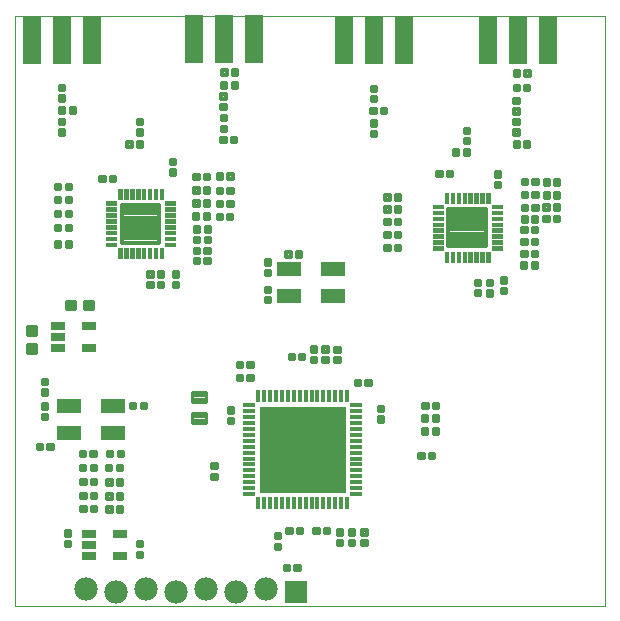
<source format=gts>
G75*
%MOIN*%
%OFA0B0*%
%FSLAX25Y25*%
%IPPOS*%
%LPD*%
%AMOC8*
5,1,8,0,0,1.08239X$1,22.5*
%
%ADD10C,0.00000*%
%ADD11C,0.01450*%
%ADD12C,0.01100*%
%ADD13R,0.06400X0.16400*%
%ADD14R,0.07800X0.07800*%
%ADD15C,0.07800*%
%ADD16R,0.01384X0.04337*%
%ADD17R,0.04337X0.01384*%
%ADD18R,0.28943X0.28943*%
%ADD19C,0.00300*%
%ADD20C,0.01390*%
%ADD21R,0.07880X0.04731*%
%ADD22R,0.05124X0.03117*%
%ADD23C,0.00975*%
D10*
X0002386Y0002294D02*
X0002386Y0199144D01*
X0199236Y0199144D01*
X0199236Y0002294D01*
X0002386Y0002294D01*
D11*
X0019378Y0022260D02*
X0019378Y0023710D01*
X0020828Y0023710D01*
X0020828Y0022260D01*
X0019378Y0022260D01*
X0019378Y0023709D02*
X0020828Y0023709D01*
X0019378Y0025760D02*
X0019378Y0027210D01*
X0020828Y0027210D01*
X0020828Y0025760D01*
X0019378Y0025760D01*
X0019378Y0027209D02*
X0020828Y0027209D01*
X0024596Y0033892D02*
X0024596Y0035342D01*
X0026046Y0035342D01*
X0026046Y0033892D01*
X0024596Y0033892D01*
X0024596Y0035341D02*
X0026046Y0035341D01*
X0028096Y0035342D02*
X0028096Y0033892D01*
X0028096Y0035342D02*
X0029546Y0035342D01*
X0029546Y0033892D01*
X0028096Y0033892D01*
X0028096Y0035341D02*
X0029546Y0035341D01*
X0028057Y0038223D02*
X0028057Y0039673D01*
X0029507Y0039673D01*
X0029507Y0038223D01*
X0028057Y0038223D01*
X0028057Y0039672D02*
X0029507Y0039672D01*
X0028017Y0042947D02*
X0028017Y0044397D01*
X0029467Y0044397D01*
X0029467Y0042947D01*
X0028017Y0042947D01*
X0028017Y0044396D02*
X0029467Y0044396D01*
X0027978Y0047671D02*
X0027978Y0049121D01*
X0029428Y0049121D01*
X0029428Y0047671D01*
X0027978Y0047671D01*
X0027978Y0049120D02*
X0029428Y0049120D01*
X0027939Y0052396D02*
X0027939Y0053846D01*
X0029389Y0053846D01*
X0029389Y0052396D01*
X0027939Y0052396D01*
X0027939Y0053845D02*
X0029389Y0053845D01*
X0024439Y0053846D02*
X0024439Y0052396D01*
X0024439Y0053846D02*
X0025889Y0053846D01*
X0025889Y0052396D01*
X0024439Y0052396D01*
X0024439Y0053845D02*
X0025889Y0053845D01*
X0024478Y0049121D02*
X0024478Y0047671D01*
X0024478Y0049121D02*
X0025928Y0049121D01*
X0025928Y0047671D01*
X0024478Y0047671D01*
X0024478Y0049120D02*
X0025928Y0049120D01*
X0024517Y0044397D02*
X0024517Y0042947D01*
X0024517Y0044397D02*
X0025967Y0044397D01*
X0025967Y0042947D01*
X0024517Y0042947D01*
X0024517Y0044396D02*
X0025967Y0044396D01*
X0024557Y0039673D02*
X0024557Y0038223D01*
X0024557Y0039673D02*
X0026007Y0039673D01*
X0026007Y0038223D01*
X0024557Y0038223D01*
X0024557Y0039672D02*
X0026007Y0039672D01*
X0033218Y0039555D02*
X0034668Y0039555D01*
X0034668Y0038105D01*
X0033218Y0038105D01*
X0033218Y0039555D01*
X0033218Y0039554D02*
X0034668Y0039554D01*
X0036718Y0039555D02*
X0038168Y0039555D01*
X0038168Y0038105D01*
X0036718Y0038105D01*
X0036718Y0039555D01*
X0036718Y0039554D02*
X0038168Y0039554D01*
X0038129Y0044279D02*
X0036679Y0044279D01*
X0038129Y0044279D02*
X0038129Y0042829D01*
X0036679Y0042829D01*
X0036679Y0044279D01*
X0036679Y0044278D02*
X0038129Y0044278D01*
X0038089Y0049003D02*
X0036639Y0049003D01*
X0038089Y0049003D02*
X0038089Y0047553D01*
X0036639Y0047553D01*
X0036639Y0049003D01*
X0036639Y0049002D02*
X0038089Y0049002D01*
X0038444Y0053728D02*
X0036994Y0053728D01*
X0038444Y0053728D02*
X0038444Y0052278D01*
X0036994Y0052278D01*
X0036994Y0053728D01*
X0036994Y0053727D02*
X0038444Y0053727D01*
X0034944Y0053728D02*
X0033494Y0053728D01*
X0034944Y0053728D02*
X0034944Y0052278D01*
X0033494Y0052278D01*
X0033494Y0053728D01*
X0033494Y0053727D02*
X0034944Y0053727D01*
X0034589Y0049003D02*
X0033139Y0049003D01*
X0034589Y0049003D02*
X0034589Y0047553D01*
X0033139Y0047553D01*
X0033139Y0049003D01*
X0033139Y0049002D02*
X0034589Y0049002D01*
X0034629Y0044279D02*
X0033179Y0044279D01*
X0034629Y0044279D02*
X0034629Y0042829D01*
X0033179Y0042829D01*
X0033179Y0044279D01*
X0033179Y0044278D02*
X0034629Y0044278D01*
X0034708Y0035224D02*
X0033258Y0035224D01*
X0034708Y0035224D02*
X0034708Y0033774D01*
X0033258Y0033774D01*
X0033258Y0035224D01*
X0033258Y0035223D02*
X0034708Y0035223D01*
X0036758Y0035224D02*
X0038208Y0035224D01*
X0038208Y0033774D01*
X0036758Y0033774D01*
X0036758Y0035224D01*
X0036758Y0035223D02*
X0038208Y0035223D01*
X0043393Y0023667D02*
X0043393Y0022217D01*
X0043393Y0023667D02*
X0044843Y0023667D01*
X0044843Y0022217D01*
X0043393Y0022217D01*
X0043393Y0023666D02*
X0044843Y0023666D01*
X0043393Y0020167D02*
X0043393Y0018717D01*
X0043393Y0020167D02*
X0044843Y0020167D01*
X0044843Y0018717D01*
X0043393Y0018717D01*
X0043393Y0020166D02*
X0044843Y0020166D01*
X0069647Y0044701D02*
X0069647Y0046151D01*
X0069647Y0044701D02*
X0068197Y0044701D01*
X0068197Y0046151D01*
X0069647Y0046151D01*
X0069647Y0046150D02*
X0068197Y0046150D01*
X0069647Y0048201D02*
X0069647Y0049651D01*
X0069647Y0048201D02*
X0068197Y0048201D01*
X0068197Y0049651D01*
X0069647Y0049651D01*
X0069647Y0049650D02*
X0068197Y0049650D01*
X0075119Y0063284D02*
X0075119Y0064734D01*
X0075119Y0063284D02*
X0073669Y0063284D01*
X0073669Y0064734D01*
X0075119Y0064734D01*
X0075119Y0064733D02*
X0073669Y0064733D01*
X0075119Y0066784D02*
X0075119Y0068234D01*
X0075119Y0066784D02*
X0073669Y0066784D01*
X0073669Y0068234D01*
X0075119Y0068234D01*
X0075119Y0068233D02*
X0073669Y0068233D01*
X0076683Y0077632D02*
X0078133Y0077632D01*
X0076683Y0077632D02*
X0076683Y0079082D01*
X0078133Y0079082D01*
X0078133Y0077632D01*
X0078133Y0079081D02*
X0076683Y0079081D01*
X0076722Y0081963D02*
X0078172Y0081963D01*
X0076722Y0081963D02*
X0076722Y0083413D01*
X0078172Y0083413D01*
X0078172Y0081963D01*
X0078172Y0083412D02*
X0076722Y0083412D01*
X0080222Y0081963D02*
X0081672Y0081963D01*
X0080222Y0081963D02*
X0080222Y0083413D01*
X0081672Y0083413D01*
X0081672Y0081963D01*
X0081672Y0083412D02*
X0080222Y0083412D01*
X0080183Y0077632D02*
X0081633Y0077632D01*
X0080183Y0077632D02*
X0080183Y0079082D01*
X0081633Y0079082D01*
X0081633Y0077632D01*
X0081633Y0079081D02*
X0080183Y0079081D01*
X0094006Y0084640D02*
X0095456Y0084640D01*
X0094006Y0084640D02*
X0094006Y0086090D01*
X0095456Y0086090D01*
X0095456Y0084640D01*
X0095456Y0086089D02*
X0094006Y0086089D01*
X0097506Y0084640D02*
X0098956Y0084640D01*
X0097506Y0084640D02*
X0097506Y0086090D01*
X0098956Y0086090D01*
X0098956Y0084640D01*
X0098956Y0086089D02*
X0097506Y0086089D01*
X0102875Y0087099D02*
X0102875Y0088549D01*
X0102875Y0087099D02*
X0101425Y0087099D01*
X0101425Y0088549D01*
X0102875Y0088549D01*
X0102875Y0088548D02*
X0101425Y0088548D01*
X0102875Y0085049D02*
X0102875Y0083599D01*
X0101425Y0083599D01*
X0101425Y0085049D01*
X0102875Y0085049D01*
X0102875Y0085048D02*
X0101425Y0085048D01*
X0105283Y0085049D02*
X0105283Y0083599D01*
X0105283Y0085049D02*
X0106733Y0085049D01*
X0106733Y0083599D01*
X0105283Y0083599D01*
X0105283Y0085048D02*
X0106733Y0085048D01*
X0105283Y0087099D02*
X0105283Y0088549D01*
X0106733Y0088549D01*
X0106733Y0087099D01*
X0105283Y0087099D01*
X0105283Y0088548D02*
X0106733Y0088548D01*
X0109220Y0088509D02*
X0109220Y0087059D01*
X0109220Y0088509D02*
X0110670Y0088509D01*
X0110670Y0087059D01*
X0109220Y0087059D01*
X0109220Y0088508D02*
X0110670Y0088508D01*
X0109220Y0085009D02*
X0109220Y0083559D01*
X0109220Y0085009D02*
X0110670Y0085009D01*
X0110670Y0083559D01*
X0109220Y0083559D01*
X0109220Y0085008D02*
X0110670Y0085008D01*
X0116092Y0077350D02*
X0117542Y0077350D01*
X0117542Y0075900D01*
X0116092Y0075900D01*
X0116092Y0077350D01*
X0116092Y0077349D02*
X0117542Y0077349D01*
X0119592Y0077350D02*
X0121042Y0077350D01*
X0121042Y0075900D01*
X0119592Y0075900D01*
X0119592Y0077350D01*
X0119592Y0077349D02*
X0121042Y0077349D01*
X0125158Y0068785D02*
X0125158Y0067335D01*
X0123708Y0067335D01*
X0123708Y0068785D01*
X0125158Y0068785D01*
X0125158Y0068784D02*
X0123708Y0068784D01*
X0125158Y0065285D02*
X0125158Y0063835D01*
X0123708Y0063835D01*
X0123708Y0065285D01*
X0125158Y0065285D01*
X0125158Y0065284D02*
X0123708Y0065284D01*
X0138494Y0064168D02*
X0139944Y0064168D01*
X0138494Y0064168D02*
X0138494Y0065618D01*
X0139944Y0065618D01*
X0139944Y0064168D01*
X0139944Y0065617D02*
X0138494Y0065617D01*
X0138573Y0068341D02*
X0140023Y0068341D01*
X0138573Y0068341D02*
X0138573Y0069791D01*
X0140023Y0069791D01*
X0140023Y0068341D01*
X0140023Y0069790D02*
X0138573Y0069790D01*
X0142073Y0068341D02*
X0143523Y0068341D01*
X0142073Y0068341D02*
X0142073Y0069791D01*
X0143523Y0069791D01*
X0143523Y0068341D01*
X0143523Y0069790D02*
X0142073Y0069790D01*
X0141994Y0064168D02*
X0143444Y0064168D01*
X0141994Y0064168D02*
X0141994Y0065618D01*
X0143444Y0065618D01*
X0143444Y0064168D01*
X0143444Y0065617D02*
X0141994Y0065617D01*
X0141994Y0059837D02*
X0143444Y0059837D01*
X0141994Y0059837D02*
X0141994Y0061287D01*
X0143444Y0061287D01*
X0143444Y0059837D01*
X0143444Y0061286D02*
X0141994Y0061286D01*
X0139944Y0059837D02*
X0138494Y0059837D01*
X0138494Y0061287D01*
X0139944Y0061287D01*
X0139944Y0059837D01*
X0139944Y0061286D02*
X0138494Y0061286D01*
X0138723Y0051608D02*
X0137273Y0051608D01*
X0137273Y0053058D01*
X0138723Y0053058D01*
X0138723Y0051608D01*
X0138723Y0053057D02*
X0137273Y0053057D01*
X0140773Y0051608D02*
X0142223Y0051608D01*
X0140773Y0051608D02*
X0140773Y0053058D01*
X0142223Y0053058D01*
X0142223Y0051608D01*
X0142223Y0053057D02*
X0140773Y0053057D01*
X0118197Y0027604D02*
X0118197Y0026154D01*
X0118197Y0027604D02*
X0119647Y0027604D01*
X0119647Y0026154D01*
X0118197Y0026154D01*
X0118197Y0027603D02*
X0119647Y0027603D01*
X0118197Y0024104D02*
X0118197Y0022654D01*
X0118197Y0024104D02*
X0119647Y0024104D01*
X0119647Y0022654D01*
X0118197Y0022654D01*
X0118197Y0024103D02*
X0119647Y0024103D01*
X0114102Y0024104D02*
X0114102Y0022654D01*
X0114102Y0024104D02*
X0115552Y0024104D01*
X0115552Y0022654D01*
X0114102Y0022654D01*
X0114102Y0024103D02*
X0115552Y0024103D01*
X0114102Y0026154D02*
X0114102Y0027604D01*
X0115552Y0027604D01*
X0115552Y0026154D01*
X0114102Y0026154D01*
X0114102Y0027603D02*
X0115552Y0027603D01*
X0110165Y0027564D02*
X0110165Y0026114D01*
X0110165Y0027564D02*
X0111615Y0027564D01*
X0111615Y0026114D01*
X0110165Y0026114D01*
X0110165Y0027563D02*
X0111615Y0027563D01*
X0110165Y0024064D02*
X0110165Y0022614D01*
X0110165Y0024064D02*
X0111615Y0024064D01*
X0111615Y0022614D01*
X0110165Y0022614D01*
X0110165Y0024063D02*
X0111615Y0024063D01*
X0107223Y0028177D02*
X0105773Y0028177D01*
X0107223Y0028177D02*
X0107223Y0026727D01*
X0105773Y0026727D01*
X0105773Y0028177D01*
X0105773Y0028176D02*
X0107223Y0028176D01*
X0103723Y0028177D02*
X0102273Y0028177D01*
X0103723Y0028177D02*
X0103723Y0026727D01*
X0102273Y0026727D01*
X0102273Y0028177D01*
X0102273Y0028176D02*
X0103723Y0028176D01*
X0098129Y0028177D02*
X0096679Y0028177D01*
X0098129Y0028177D02*
X0098129Y0026727D01*
X0096679Y0026727D01*
X0096679Y0028177D01*
X0096679Y0028176D02*
X0098129Y0028176D01*
X0094629Y0028177D02*
X0093179Y0028177D01*
X0094629Y0028177D02*
X0094629Y0026727D01*
X0093179Y0026727D01*
X0093179Y0028177D01*
X0093179Y0028176D02*
X0094629Y0028176D01*
X0090828Y0026344D02*
X0090828Y0024894D01*
X0089378Y0024894D01*
X0089378Y0026344D01*
X0090828Y0026344D01*
X0090828Y0026343D02*
X0089378Y0026343D01*
X0090828Y0022844D02*
X0090828Y0021394D01*
X0089378Y0021394D01*
X0089378Y0022844D01*
X0090828Y0022844D01*
X0090828Y0022843D02*
X0089378Y0022843D01*
X0092391Y0014404D02*
X0093841Y0014404D01*
X0092391Y0014404D02*
X0092391Y0015854D01*
X0093841Y0015854D01*
X0093841Y0014404D01*
X0093841Y0015853D02*
X0092391Y0015853D01*
X0095891Y0014404D02*
X0097341Y0014404D01*
X0095891Y0014404D02*
X0095891Y0015854D01*
X0097341Y0015854D01*
X0097341Y0014404D01*
X0097341Y0015853D02*
X0095891Y0015853D01*
X0046121Y0068341D02*
X0044671Y0068341D01*
X0044671Y0069791D01*
X0046121Y0069791D01*
X0046121Y0068341D01*
X0046121Y0069790D02*
X0044671Y0069790D01*
X0042621Y0068341D02*
X0041171Y0068341D01*
X0041171Y0069791D01*
X0042621Y0069791D01*
X0042621Y0068341D01*
X0042621Y0069790D02*
X0041171Y0069790D01*
X0014979Y0054561D02*
X0013529Y0054561D01*
X0013529Y0056011D01*
X0014979Y0056011D01*
X0014979Y0054561D01*
X0014979Y0056010D02*
X0013529Y0056010D01*
X0011479Y0054561D02*
X0010029Y0054561D01*
X0010029Y0056011D01*
X0011479Y0056011D01*
X0011479Y0054561D01*
X0011479Y0056010D02*
X0010029Y0056010D01*
X0011779Y0064583D02*
X0011779Y0066033D01*
X0013229Y0066033D01*
X0013229Y0064583D01*
X0011779Y0064583D01*
X0011779Y0066032D02*
X0013229Y0066032D01*
X0011779Y0068083D02*
X0011779Y0069533D01*
X0013229Y0069533D01*
X0013229Y0068083D01*
X0011779Y0068083D01*
X0011779Y0069532D02*
X0013229Y0069532D01*
X0011740Y0072811D02*
X0011740Y0074261D01*
X0013190Y0074261D01*
X0013190Y0072811D01*
X0011740Y0072811D01*
X0011740Y0074260D02*
X0013190Y0074260D01*
X0011740Y0076311D02*
X0011740Y0077761D01*
X0013190Y0077761D01*
X0013190Y0076311D01*
X0011740Y0076311D01*
X0011740Y0077760D02*
X0013190Y0077760D01*
X0046937Y0108677D02*
X0046937Y0110127D01*
X0048387Y0110127D01*
X0048387Y0108677D01*
X0046937Y0108677D01*
X0046937Y0110126D02*
X0048387Y0110126D01*
X0046937Y0112177D02*
X0046937Y0113627D01*
X0048387Y0113627D01*
X0048387Y0112177D01*
X0046937Y0112177D01*
X0046937Y0113626D02*
X0048387Y0113626D01*
X0050480Y0113588D02*
X0050480Y0112138D01*
X0050480Y0113588D02*
X0051930Y0113588D01*
X0051930Y0112138D01*
X0050480Y0112138D01*
X0050480Y0113587D02*
X0051930Y0113587D01*
X0056773Y0113588D02*
X0056773Y0112138D01*
X0055323Y0112138D01*
X0055323Y0113588D01*
X0056773Y0113588D01*
X0056773Y0113587D02*
X0055323Y0113587D01*
X0056773Y0110088D02*
X0056773Y0108638D01*
X0055323Y0108638D01*
X0055323Y0110088D01*
X0056773Y0110088D01*
X0056773Y0110087D02*
X0055323Y0110087D01*
X0050480Y0110088D02*
X0050480Y0108638D01*
X0050480Y0110088D02*
X0051930Y0110088D01*
X0051930Y0108638D01*
X0050480Y0108638D01*
X0050480Y0110087D02*
X0051930Y0110087D01*
X0062391Y0116530D02*
X0063841Y0116530D01*
X0062391Y0116530D02*
X0062391Y0117980D01*
X0063841Y0117980D01*
X0063841Y0116530D01*
X0063841Y0117979D02*
X0062391Y0117979D01*
X0062431Y0120073D02*
X0063881Y0120073D01*
X0062431Y0120073D02*
X0062431Y0121523D01*
X0063881Y0121523D01*
X0063881Y0120073D01*
X0063881Y0121522D02*
X0062431Y0121522D01*
X0062470Y0123616D02*
X0063920Y0123616D01*
X0062470Y0123616D02*
X0062470Y0125066D01*
X0063920Y0125066D01*
X0063920Y0123616D01*
X0063920Y0125065D02*
X0062470Y0125065D01*
X0062510Y0127160D02*
X0063960Y0127160D01*
X0062510Y0127160D02*
X0062510Y0128610D01*
X0063960Y0128610D01*
X0063960Y0127160D01*
X0063960Y0128609D02*
X0062510Y0128609D01*
X0062155Y0131490D02*
X0063605Y0131490D01*
X0062155Y0131490D02*
X0062155Y0132940D01*
X0063605Y0132940D01*
X0063605Y0131490D01*
X0063605Y0132939D02*
X0062155Y0132939D01*
X0062195Y0135821D02*
X0063645Y0135821D01*
X0062195Y0135821D02*
X0062195Y0137271D01*
X0063645Y0137271D01*
X0063645Y0135821D01*
X0063645Y0137270D02*
X0062195Y0137270D01*
X0062234Y0140152D02*
X0063684Y0140152D01*
X0062234Y0140152D02*
X0062234Y0141602D01*
X0063684Y0141602D01*
X0063684Y0140152D01*
X0063684Y0141601D02*
X0062234Y0141601D01*
X0062234Y0144719D02*
X0063684Y0144719D01*
X0062234Y0144719D02*
X0062234Y0146169D01*
X0063684Y0146169D01*
X0063684Y0144719D01*
X0063684Y0146168D02*
X0062234Y0146168D01*
X0065734Y0144719D02*
X0067184Y0144719D01*
X0065734Y0144719D02*
X0065734Y0146169D01*
X0067184Y0146169D01*
X0067184Y0144719D01*
X0067184Y0146168D02*
X0065734Y0146168D01*
X0065734Y0140152D02*
X0067184Y0140152D01*
X0065734Y0140152D02*
X0065734Y0141602D01*
X0067184Y0141602D01*
X0067184Y0140152D01*
X0067184Y0141601D02*
X0065734Y0141601D01*
X0065695Y0135821D02*
X0067145Y0135821D01*
X0065695Y0135821D02*
X0065695Y0137271D01*
X0067145Y0137271D01*
X0067145Y0135821D01*
X0067145Y0137270D02*
X0065695Y0137270D01*
X0065655Y0131490D02*
X0067105Y0131490D01*
X0065655Y0131490D02*
X0065655Y0132940D01*
X0067105Y0132940D01*
X0067105Y0131490D01*
X0067105Y0132939D02*
X0065655Y0132939D01*
X0071440Y0132822D02*
X0071440Y0131372D01*
X0069990Y0131372D01*
X0069990Y0132822D01*
X0071440Y0132822D01*
X0071440Y0132821D02*
X0069990Y0132821D01*
X0071479Y0135703D02*
X0071479Y0137153D01*
X0071479Y0135703D02*
X0070029Y0135703D01*
X0070029Y0137153D01*
X0071479Y0137153D01*
X0071479Y0137152D02*
X0070029Y0137152D01*
X0071519Y0140034D02*
X0071519Y0141484D01*
X0071519Y0140034D02*
X0070069Y0140034D01*
X0070069Y0141484D01*
X0071519Y0141484D01*
X0071519Y0141483D02*
X0070069Y0141483D01*
X0071558Y0144758D02*
X0071558Y0146208D01*
X0071558Y0144758D02*
X0070108Y0144758D01*
X0070108Y0146208D01*
X0071558Y0146208D01*
X0071558Y0146207D02*
X0070108Y0146207D01*
X0075058Y0146208D02*
X0075058Y0144758D01*
X0073608Y0144758D01*
X0073608Y0146208D01*
X0075058Y0146208D01*
X0075058Y0146207D02*
X0073608Y0146207D01*
X0075019Y0141484D02*
X0075019Y0140034D01*
X0073569Y0140034D01*
X0073569Y0141484D01*
X0075019Y0141484D01*
X0075019Y0141483D02*
X0073569Y0141483D01*
X0074979Y0137153D02*
X0074979Y0135703D01*
X0073529Y0135703D01*
X0073529Y0137153D01*
X0074979Y0137153D01*
X0074979Y0137152D02*
X0073529Y0137152D01*
X0074940Y0132822D02*
X0074940Y0131372D01*
X0073490Y0131372D01*
X0073490Y0132822D01*
X0074940Y0132822D01*
X0074940Y0132821D02*
X0073490Y0132821D01*
X0067460Y0127160D02*
X0066010Y0127160D01*
X0066010Y0128610D01*
X0067460Y0128610D01*
X0067460Y0127160D01*
X0067460Y0128609D02*
X0066010Y0128609D01*
X0065970Y0123616D02*
X0067420Y0123616D01*
X0065970Y0123616D02*
X0065970Y0125066D01*
X0067420Y0125066D01*
X0067420Y0123616D01*
X0067420Y0125065D02*
X0065970Y0125065D01*
X0065931Y0120073D02*
X0067381Y0120073D01*
X0065931Y0120073D02*
X0065931Y0121523D01*
X0067381Y0121523D01*
X0067381Y0120073D01*
X0067381Y0121522D02*
X0065931Y0121522D01*
X0065891Y0116530D02*
X0067341Y0116530D01*
X0065891Y0116530D02*
X0065891Y0117980D01*
X0067341Y0117980D01*
X0067341Y0116530D01*
X0067341Y0117979D02*
X0065891Y0117979D01*
X0086149Y0117604D02*
X0086149Y0116154D01*
X0086149Y0117604D02*
X0087599Y0117604D01*
X0087599Y0116154D01*
X0086149Y0116154D01*
X0086149Y0117603D02*
X0087599Y0117603D01*
X0086149Y0114104D02*
X0086149Y0112654D01*
X0086149Y0114104D02*
X0087599Y0114104D01*
X0087599Y0112654D01*
X0086149Y0112654D01*
X0086149Y0114103D02*
X0087599Y0114103D01*
X0086149Y0108509D02*
X0086149Y0107059D01*
X0086149Y0108509D02*
X0087599Y0108509D01*
X0087599Y0107059D01*
X0086149Y0107059D01*
X0086149Y0108508D02*
X0087599Y0108508D01*
X0086149Y0105009D02*
X0086149Y0103559D01*
X0086149Y0105009D02*
X0087599Y0105009D01*
X0087599Y0103559D01*
X0086149Y0103559D01*
X0086149Y0105008D02*
X0087599Y0105008D01*
X0092903Y0118813D02*
X0094353Y0118813D01*
X0092903Y0118813D02*
X0092903Y0120263D01*
X0094353Y0120263D01*
X0094353Y0118813D01*
X0094353Y0120262D02*
X0092903Y0120262D01*
X0096403Y0118813D02*
X0097853Y0118813D01*
X0096403Y0118813D02*
X0096403Y0120263D01*
X0097853Y0120263D01*
X0097853Y0118813D01*
X0097853Y0120262D02*
X0096403Y0120262D01*
X0125895Y0122350D02*
X0127345Y0122350D01*
X0127345Y0120900D01*
X0125895Y0120900D01*
X0125895Y0122350D01*
X0125895Y0122349D02*
X0127345Y0122349D01*
X0129395Y0122350D02*
X0130845Y0122350D01*
X0130845Y0120900D01*
X0129395Y0120900D01*
X0129395Y0122350D01*
X0129395Y0122349D02*
X0130845Y0122349D01*
X0130845Y0126681D02*
X0129395Y0126681D01*
X0130845Y0126681D02*
X0130845Y0125231D01*
X0129395Y0125231D01*
X0129395Y0126681D01*
X0129395Y0126680D02*
X0130845Y0126680D01*
X0130845Y0131011D02*
X0129395Y0131011D01*
X0130845Y0131011D02*
X0130845Y0129561D01*
X0129395Y0129561D01*
X0129395Y0131011D01*
X0129395Y0131010D02*
X0130845Y0131010D01*
X0130845Y0133813D02*
X0129395Y0133813D01*
X0129395Y0135263D01*
X0130845Y0135263D01*
X0130845Y0133813D01*
X0130845Y0135262D02*
X0129395Y0135262D01*
X0127345Y0133813D02*
X0125895Y0133813D01*
X0125895Y0135263D01*
X0127345Y0135263D01*
X0127345Y0133813D01*
X0127345Y0135262D02*
X0125895Y0135262D01*
X0125895Y0139279D02*
X0127345Y0139279D01*
X0127345Y0137829D01*
X0125895Y0137829D01*
X0125895Y0139279D01*
X0125895Y0139278D02*
X0127345Y0139278D01*
X0129395Y0139279D02*
X0130845Y0139279D01*
X0130845Y0137829D01*
X0129395Y0137829D01*
X0129395Y0139279D01*
X0129395Y0139278D02*
X0130845Y0139278D01*
X0127345Y0131011D02*
X0125895Y0131011D01*
X0127345Y0131011D02*
X0127345Y0129561D01*
X0125895Y0129561D01*
X0125895Y0131011D01*
X0125895Y0131010D02*
X0127345Y0131010D01*
X0127345Y0126681D02*
X0125895Y0126681D01*
X0127345Y0126681D02*
X0127345Y0125231D01*
X0125895Y0125231D01*
X0125895Y0126681D01*
X0125895Y0126680D02*
X0127345Y0126680D01*
X0143179Y0147153D02*
X0144629Y0147153D01*
X0144629Y0145703D01*
X0143179Y0145703D01*
X0143179Y0147153D01*
X0143179Y0147152D02*
X0144629Y0147152D01*
X0146679Y0147153D02*
X0148129Y0147153D01*
X0148129Y0145703D01*
X0146679Y0145703D01*
X0146679Y0147153D01*
X0146679Y0147152D02*
X0148129Y0147152D01*
X0148809Y0152750D02*
X0150259Y0152750D01*
X0148809Y0152750D02*
X0148809Y0154200D01*
X0150259Y0154200D01*
X0150259Y0152750D01*
X0150259Y0154199D02*
X0148809Y0154199D01*
X0152309Y0152750D02*
X0153759Y0152750D01*
X0152309Y0152750D02*
X0152309Y0154200D01*
X0153759Y0154200D01*
X0153759Y0152750D01*
X0153759Y0154199D02*
X0152309Y0154199D01*
X0153898Y0156551D02*
X0153898Y0158001D01*
X0153898Y0156551D02*
X0152448Y0156551D01*
X0152448Y0158001D01*
X0153898Y0158001D01*
X0153898Y0158000D02*
X0152448Y0158000D01*
X0153898Y0160051D02*
X0153898Y0161501D01*
X0153898Y0160051D02*
X0152448Y0160051D01*
X0152448Y0161501D01*
X0153898Y0161501D01*
X0153898Y0161500D02*
X0152448Y0161500D01*
X0164174Y0146895D02*
X0164174Y0145445D01*
X0162724Y0145445D01*
X0162724Y0146895D01*
X0164174Y0146895D01*
X0164174Y0146894D02*
X0162724Y0146894D01*
X0164174Y0143395D02*
X0164174Y0141945D01*
X0162724Y0141945D01*
X0162724Y0143395D01*
X0164174Y0143395D01*
X0164174Y0143394D02*
X0162724Y0143394D01*
X0171722Y0142908D02*
X0173172Y0142908D01*
X0171722Y0142908D02*
X0171722Y0144358D01*
X0173172Y0144358D01*
X0173172Y0142908D01*
X0173172Y0144357D02*
X0171722Y0144357D01*
X0175222Y0142908D02*
X0176672Y0142908D01*
X0175222Y0142908D02*
X0175222Y0144358D01*
X0176672Y0144358D01*
X0176672Y0142908D01*
X0176672Y0144357D02*
X0175222Y0144357D01*
X0180456Y0144240D02*
X0180456Y0142790D01*
X0179006Y0142790D01*
X0179006Y0144240D01*
X0180456Y0144240D01*
X0180456Y0144239D02*
X0179006Y0144239D01*
X0183956Y0144240D02*
X0183956Y0142790D01*
X0182506Y0142790D01*
X0182506Y0144240D01*
X0183956Y0144240D01*
X0183956Y0144239D02*
X0182506Y0144239D01*
X0183916Y0139909D02*
X0183916Y0138459D01*
X0182466Y0138459D01*
X0182466Y0139909D01*
X0183916Y0139909D01*
X0183916Y0139908D02*
X0182466Y0139908D01*
X0180416Y0139909D02*
X0180416Y0138459D01*
X0178966Y0138459D01*
X0178966Y0139909D01*
X0180416Y0139909D01*
X0180416Y0139908D02*
X0178966Y0139908D01*
X0176633Y0138577D02*
X0175183Y0138577D01*
X0175183Y0140027D01*
X0176633Y0140027D01*
X0176633Y0138577D01*
X0176633Y0140026D02*
X0175183Y0140026D01*
X0173133Y0138577D02*
X0171683Y0138577D01*
X0171683Y0140027D01*
X0173133Y0140027D01*
X0173133Y0138577D01*
X0173133Y0140026D02*
X0171683Y0140026D01*
X0171683Y0134404D02*
X0173133Y0134404D01*
X0171683Y0134404D02*
X0171683Y0135854D01*
X0173133Y0135854D01*
X0173133Y0134404D01*
X0173133Y0135853D02*
X0171683Y0135853D01*
X0175183Y0134404D02*
X0176633Y0134404D01*
X0175183Y0134404D02*
X0175183Y0135854D01*
X0176633Y0135854D01*
X0176633Y0134404D01*
X0176633Y0135853D02*
X0175183Y0135853D01*
X0180377Y0135972D02*
X0180377Y0134522D01*
X0178927Y0134522D01*
X0178927Y0135972D01*
X0180377Y0135972D01*
X0180377Y0135971D02*
X0178927Y0135971D01*
X0183877Y0135972D02*
X0183877Y0134522D01*
X0182427Y0134522D01*
X0182427Y0135972D01*
X0183877Y0135972D01*
X0183877Y0135971D02*
X0182427Y0135971D01*
X0183837Y0132035D02*
X0183837Y0130585D01*
X0182387Y0130585D01*
X0182387Y0132035D01*
X0183837Y0132035D01*
X0183837Y0132034D02*
X0182387Y0132034D01*
X0180337Y0132035D02*
X0180337Y0130585D01*
X0178887Y0130585D01*
X0178887Y0132035D01*
X0180337Y0132035D01*
X0180337Y0132034D02*
X0178887Y0132034D01*
X0176593Y0130467D02*
X0175143Y0130467D01*
X0175143Y0131917D01*
X0176593Y0131917D01*
X0176593Y0130467D01*
X0176593Y0131916D02*
X0175143Y0131916D01*
X0173093Y0130467D02*
X0171643Y0130467D01*
X0171643Y0131917D01*
X0173093Y0131917D01*
X0173093Y0130467D01*
X0173093Y0131916D02*
X0171643Y0131916D01*
X0171604Y0126923D02*
X0173054Y0126923D01*
X0171604Y0126923D02*
X0171604Y0128373D01*
X0173054Y0128373D01*
X0173054Y0126923D01*
X0173054Y0128372D02*
X0171604Y0128372D01*
X0171565Y0122986D02*
X0173015Y0122986D01*
X0171565Y0122986D02*
X0171565Y0124436D01*
X0173015Y0124436D01*
X0173015Y0122986D01*
X0173015Y0124435D02*
X0171565Y0124435D01*
X0175065Y0122986D02*
X0176515Y0122986D01*
X0175065Y0122986D02*
X0175065Y0124436D01*
X0176515Y0124436D01*
X0176515Y0122986D01*
X0176515Y0124435D02*
X0175065Y0124435D01*
X0175104Y0126923D02*
X0176554Y0126923D01*
X0175104Y0126923D02*
X0175104Y0128373D01*
X0176554Y0128373D01*
X0176554Y0126923D01*
X0176554Y0128372D02*
X0175104Y0128372D01*
X0175025Y0119049D02*
X0176475Y0119049D01*
X0175025Y0119049D02*
X0175025Y0120499D01*
X0176475Y0120499D01*
X0176475Y0119049D01*
X0176475Y0120498D02*
X0175025Y0120498D01*
X0172975Y0119049D02*
X0171525Y0119049D01*
X0171525Y0120499D01*
X0172975Y0120499D01*
X0172975Y0119049D01*
X0172975Y0120498D02*
X0171525Y0120498D01*
X0171486Y0115112D02*
X0172936Y0115112D01*
X0171486Y0115112D02*
X0171486Y0116562D01*
X0172936Y0116562D01*
X0172936Y0115112D01*
X0172936Y0116561D02*
X0171486Y0116561D01*
X0174986Y0115112D02*
X0176436Y0115112D01*
X0174986Y0115112D02*
X0174986Y0116562D01*
X0176436Y0116562D01*
X0176436Y0115112D01*
X0176436Y0116561D02*
X0174986Y0116561D01*
X0166143Y0111541D02*
X0166143Y0110091D01*
X0164693Y0110091D01*
X0164693Y0111541D01*
X0166143Y0111541D01*
X0166143Y0111540D02*
X0164693Y0111540D01*
X0160086Y0110793D02*
X0160086Y0109343D01*
X0160086Y0110793D02*
X0161536Y0110793D01*
X0161536Y0109343D01*
X0160086Y0109343D01*
X0160086Y0110792D02*
X0161536Y0110792D01*
X0160086Y0107293D02*
X0160086Y0105843D01*
X0160086Y0107293D02*
X0161536Y0107293D01*
X0161536Y0105843D01*
X0160086Y0105843D01*
X0160086Y0107292D02*
X0161536Y0107292D01*
X0166143Y0106591D02*
X0166143Y0108041D01*
X0166143Y0106591D02*
X0164693Y0106591D01*
X0164693Y0108041D01*
X0166143Y0108041D01*
X0166143Y0108040D02*
X0164693Y0108040D01*
X0156149Y0107332D02*
X0156149Y0105882D01*
X0156149Y0107332D02*
X0157599Y0107332D01*
X0157599Y0105882D01*
X0156149Y0105882D01*
X0156149Y0107331D02*
X0157599Y0107331D01*
X0156149Y0109382D02*
X0156149Y0110832D01*
X0157599Y0110832D01*
X0157599Y0109382D01*
X0156149Y0109382D01*
X0156149Y0110831D02*
X0157599Y0110831D01*
X0169006Y0156917D02*
X0170456Y0156917D01*
X0170456Y0155467D01*
X0169006Y0155467D01*
X0169006Y0156917D01*
X0169006Y0156916D02*
X0170456Y0156916D01*
X0172506Y0156917D02*
X0173956Y0156917D01*
X0173956Y0155467D01*
X0172506Y0155467D01*
X0172506Y0156917D01*
X0172506Y0156916D02*
X0173956Y0156916D01*
X0170395Y0159425D02*
X0170395Y0160875D01*
X0170395Y0159425D02*
X0168945Y0159425D01*
X0168945Y0160875D01*
X0170395Y0160875D01*
X0170395Y0160874D02*
X0168945Y0160874D01*
X0170395Y0162925D02*
X0170395Y0164375D01*
X0170395Y0162925D02*
X0168945Y0162925D01*
X0168945Y0164375D01*
X0170395Y0164375D01*
X0170395Y0164374D02*
X0168945Y0164374D01*
X0168945Y0166512D02*
X0168945Y0167962D01*
X0170395Y0167962D01*
X0170395Y0166512D01*
X0168945Y0166512D01*
X0168945Y0167961D02*
X0170395Y0167961D01*
X0168945Y0170012D02*
X0168945Y0171462D01*
X0170395Y0171462D01*
X0170395Y0170012D01*
X0168945Y0170012D01*
X0168945Y0171461D02*
X0170395Y0171461D01*
X0170456Y0174404D02*
X0169006Y0174404D01*
X0169006Y0175854D01*
X0170456Y0175854D01*
X0170456Y0174404D01*
X0170456Y0175853D02*
X0169006Y0175853D01*
X0169045Y0179128D02*
X0170495Y0179128D01*
X0169045Y0179128D02*
X0169045Y0180578D01*
X0170495Y0180578D01*
X0170495Y0179128D01*
X0170495Y0180577D02*
X0169045Y0180577D01*
X0172545Y0179128D02*
X0173995Y0179128D01*
X0172545Y0179128D02*
X0172545Y0180578D01*
X0173995Y0180578D01*
X0173995Y0179128D01*
X0173995Y0180577D02*
X0172545Y0180577D01*
X0172506Y0174404D02*
X0173956Y0174404D01*
X0172506Y0174404D02*
X0172506Y0175854D01*
X0173956Y0175854D01*
X0173956Y0174404D01*
X0173956Y0175853D02*
X0172506Y0175853D01*
X0126239Y0166530D02*
X0124789Y0166530D01*
X0124789Y0167980D01*
X0126239Y0167980D01*
X0126239Y0166530D01*
X0126239Y0167979D02*
X0124789Y0167979D01*
X0122739Y0166530D02*
X0121289Y0166530D01*
X0121289Y0167980D01*
X0122739Y0167980D01*
X0122739Y0166530D01*
X0122739Y0167979D02*
X0121289Y0167979D01*
X0121346Y0170528D02*
X0121346Y0171978D01*
X0122796Y0171978D01*
X0122796Y0170528D01*
X0121346Y0170528D01*
X0121346Y0171977D02*
X0122796Y0171977D01*
X0121346Y0174028D02*
X0121346Y0175478D01*
X0122796Y0175478D01*
X0122796Y0174028D01*
X0121346Y0174028D01*
X0121346Y0175477D02*
X0122796Y0175477D01*
X0122757Y0163942D02*
X0122757Y0162492D01*
X0121307Y0162492D01*
X0121307Y0163942D01*
X0122757Y0163942D01*
X0122757Y0163941D02*
X0121307Y0163941D01*
X0122757Y0160442D02*
X0122757Y0158992D01*
X0121307Y0158992D01*
X0121307Y0160442D01*
X0122757Y0160442D01*
X0122757Y0160441D02*
X0121307Y0160441D01*
X0076200Y0158492D02*
X0074750Y0158492D01*
X0076200Y0158492D02*
X0076200Y0157042D01*
X0074750Y0157042D01*
X0074750Y0158492D01*
X0074750Y0158491D02*
X0076200Y0158491D01*
X0072700Y0158492D02*
X0071250Y0158492D01*
X0072700Y0158492D02*
X0072700Y0157042D01*
X0071250Y0157042D01*
X0071250Y0158492D01*
X0071250Y0158491D02*
X0072700Y0158491D01*
X0072757Y0160725D02*
X0072757Y0162175D01*
X0072757Y0160725D02*
X0071307Y0160725D01*
X0071307Y0162175D01*
X0072757Y0162175D01*
X0072757Y0162174D02*
X0071307Y0162174D01*
X0072757Y0164225D02*
X0072757Y0165675D01*
X0072757Y0164225D02*
X0071307Y0164225D01*
X0071307Y0165675D01*
X0072757Y0165675D01*
X0072757Y0165674D02*
X0071307Y0165674D01*
X0071267Y0167929D02*
X0071267Y0169379D01*
X0072717Y0169379D01*
X0072717Y0167929D01*
X0071267Y0167929D01*
X0071267Y0169378D02*
X0072717Y0169378D01*
X0071267Y0171429D02*
X0071267Y0172879D01*
X0072717Y0172879D01*
X0072717Y0171429D01*
X0071267Y0171429D01*
X0071267Y0172878D02*
X0072717Y0172878D01*
X0072936Y0175112D02*
X0071486Y0175112D01*
X0071486Y0176562D01*
X0072936Y0176562D01*
X0072936Y0175112D01*
X0072936Y0176561D02*
X0071486Y0176561D01*
X0071525Y0179443D02*
X0072975Y0179443D01*
X0071525Y0179443D02*
X0071525Y0180893D01*
X0072975Y0180893D01*
X0072975Y0179443D01*
X0072975Y0180892D02*
X0071525Y0180892D01*
X0075025Y0179443D02*
X0076475Y0179443D01*
X0075025Y0179443D02*
X0075025Y0180893D01*
X0076475Y0180893D01*
X0076475Y0179443D01*
X0076475Y0180892D02*
X0075025Y0180892D01*
X0074986Y0175112D02*
X0076436Y0175112D01*
X0074986Y0175112D02*
X0074986Y0176562D01*
X0076436Y0176562D01*
X0076436Y0175112D01*
X0076436Y0176561D02*
X0074986Y0176561D01*
X0055946Y0151029D02*
X0055946Y0149579D01*
X0054496Y0149579D01*
X0054496Y0151029D01*
X0055946Y0151029D01*
X0055946Y0151028D02*
X0054496Y0151028D01*
X0055946Y0147529D02*
X0055946Y0146079D01*
X0054496Y0146079D01*
X0054496Y0147529D01*
X0055946Y0147529D01*
X0055946Y0147528D02*
X0054496Y0147528D01*
X0044861Y0155467D02*
X0043411Y0155467D01*
X0043411Y0156917D01*
X0044861Y0156917D01*
X0044861Y0155467D01*
X0044861Y0156916D02*
X0043411Y0156916D01*
X0041361Y0155467D02*
X0039911Y0155467D01*
X0039911Y0156917D01*
X0041361Y0156917D01*
X0041361Y0155467D01*
X0041361Y0156916D02*
X0039911Y0156916D01*
X0044883Y0159465D02*
X0044883Y0160915D01*
X0044883Y0159465D02*
X0043433Y0159465D01*
X0043433Y0160915D01*
X0044883Y0160915D01*
X0044883Y0160914D02*
X0043433Y0160914D01*
X0044883Y0162965D02*
X0044883Y0164415D01*
X0044883Y0162965D02*
X0043433Y0162965D01*
X0043433Y0164415D01*
X0044883Y0164415D01*
X0044883Y0164414D02*
X0043433Y0164414D01*
X0035806Y0144010D02*
X0034356Y0144010D01*
X0034356Y0145460D01*
X0035806Y0145460D01*
X0035806Y0144010D01*
X0035806Y0145459D02*
X0034356Y0145459D01*
X0032306Y0144010D02*
X0030856Y0144010D01*
X0030856Y0145460D01*
X0032306Y0145460D01*
X0032306Y0144010D01*
X0032306Y0145459D02*
X0030856Y0145459D01*
X0021121Y0142783D02*
X0019671Y0142783D01*
X0021121Y0142783D02*
X0021121Y0141333D01*
X0019671Y0141333D01*
X0019671Y0142783D01*
X0019671Y0142782D02*
X0021121Y0142782D01*
X0017621Y0142783D02*
X0016171Y0142783D01*
X0017621Y0142783D02*
X0017621Y0141333D01*
X0016171Y0141333D01*
X0016171Y0142783D01*
X0016171Y0142782D02*
X0017621Y0142782D01*
X0017621Y0136884D02*
X0016171Y0136884D01*
X0016171Y0138334D01*
X0017621Y0138334D01*
X0017621Y0136884D01*
X0017621Y0138333D02*
X0016171Y0138333D01*
X0019671Y0136884D02*
X0021121Y0136884D01*
X0019671Y0136884D02*
X0019671Y0138334D01*
X0021121Y0138334D01*
X0021121Y0136884D01*
X0021121Y0138333D02*
X0019671Y0138333D01*
X0019671Y0133806D02*
X0021121Y0133806D01*
X0021121Y0132356D01*
X0019671Y0132356D01*
X0019671Y0133806D01*
X0019671Y0133805D02*
X0021121Y0133805D01*
X0017621Y0133806D02*
X0016171Y0133806D01*
X0017621Y0133806D02*
X0017621Y0132356D01*
X0016171Y0132356D01*
X0016171Y0133806D01*
X0016171Y0133805D02*
X0017621Y0133805D01*
X0017621Y0129082D02*
X0016171Y0129082D01*
X0017621Y0129082D02*
X0017621Y0127632D01*
X0016171Y0127632D01*
X0016171Y0129082D01*
X0016171Y0129081D02*
X0017621Y0129081D01*
X0019671Y0129082D02*
X0021121Y0129082D01*
X0021121Y0127632D01*
X0019671Y0127632D01*
X0019671Y0129082D01*
X0019671Y0129081D02*
X0021121Y0129081D01*
X0021121Y0123570D02*
X0019671Y0123570D01*
X0021121Y0123570D02*
X0021121Y0122120D01*
X0019671Y0122120D01*
X0019671Y0123570D01*
X0019671Y0123569D02*
X0021121Y0123569D01*
X0017621Y0123570D02*
X0016171Y0123570D01*
X0017621Y0123570D02*
X0017621Y0122120D01*
X0016171Y0122120D01*
X0016171Y0123570D01*
X0016171Y0123569D02*
X0017621Y0123569D01*
X0018820Y0159504D02*
X0018820Y0160954D01*
X0018820Y0159504D02*
X0017370Y0159504D01*
X0017370Y0160954D01*
X0018820Y0160954D01*
X0018820Y0160953D02*
X0017370Y0160953D01*
X0018820Y0163004D02*
X0018820Y0164454D01*
X0018820Y0163004D02*
X0017370Y0163004D01*
X0017370Y0164454D01*
X0018820Y0164454D01*
X0018820Y0164453D02*
X0017370Y0164453D01*
X0017470Y0166845D02*
X0018920Y0166845D01*
X0017470Y0166845D02*
X0017470Y0168295D01*
X0018920Y0168295D01*
X0018920Y0166845D01*
X0018920Y0168294D02*
X0017470Y0168294D01*
X0017330Y0170803D02*
X0017330Y0172253D01*
X0018780Y0172253D01*
X0018780Y0170803D01*
X0017330Y0170803D01*
X0017330Y0172252D02*
X0018780Y0172252D01*
X0017330Y0174303D02*
X0017330Y0175753D01*
X0018780Y0175753D01*
X0018780Y0174303D01*
X0017330Y0174303D01*
X0017330Y0175752D02*
X0018780Y0175752D01*
X0020970Y0166845D02*
X0022420Y0166845D01*
X0020970Y0166845D02*
X0020970Y0168295D01*
X0022420Y0168295D01*
X0022420Y0166845D01*
X0022420Y0168294D02*
X0020970Y0168294D01*
D12*
X0066164Y0073704D02*
X0066164Y0070404D01*
X0061364Y0070404D01*
X0061364Y0073704D01*
X0066164Y0073704D01*
X0066164Y0071503D02*
X0061364Y0071503D01*
X0061364Y0072602D02*
X0066164Y0072602D01*
X0066164Y0073701D02*
X0061364Y0073701D01*
X0066164Y0066704D02*
X0066164Y0063404D01*
X0061364Y0063404D01*
X0061364Y0066704D01*
X0066164Y0066704D01*
X0066164Y0064503D02*
X0061364Y0064503D01*
X0061364Y0065602D02*
X0066164Y0065602D01*
X0066164Y0066701D02*
X0061364Y0066701D01*
D13*
X0062071Y0191310D03*
X0072071Y0191310D03*
X0082071Y0191310D03*
X0112268Y0191113D03*
X0122268Y0191113D03*
X0132268Y0191113D03*
X0159985Y0191113D03*
X0169985Y0191113D03*
X0179985Y0191113D03*
X0028173Y0191034D03*
X0018173Y0191034D03*
X0008173Y0191034D03*
D14*
X0096284Y0006873D03*
D15*
X0086284Y0007873D03*
X0076284Y0006873D03*
X0066284Y0007873D03*
X0056284Y0006873D03*
X0046284Y0007873D03*
X0036284Y0006873D03*
X0026284Y0007873D03*
D16*
X0083607Y0036546D03*
X0085575Y0036546D03*
X0087544Y0036546D03*
X0089512Y0036546D03*
X0091481Y0036546D03*
X0093449Y0036546D03*
X0095418Y0036546D03*
X0097386Y0036546D03*
X0099355Y0036546D03*
X0101323Y0036546D03*
X0103292Y0036546D03*
X0105260Y0036546D03*
X0107229Y0036546D03*
X0109197Y0036546D03*
X0111166Y0036546D03*
X0113134Y0036546D03*
X0113134Y0072373D03*
X0111166Y0072373D03*
X0109197Y0072373D03*
X0107229Y0072373D03*
X0105260Y0072373D03*
X0103292Y0072373D03*
X0101323Y0072373D03*
X0099355Y0072373D03*
X0097386Y0072373D03*
X0095418Y0072373D03*
X0093449Y0072373D03*
X0091481Y0072373D03*
X0089512Y0072373D03*
X0087544Y0072373D03*
X0085575Y0072373D03*
X0083607Y0072373D03*
D17*
X0080457Y0069223D03*
X0080457Y0067255D03*
X0080457Y0065286D03*
X0080457Y0063318D03*
X0080457Y0061349D03*
X0080457Y0059381D03*
X0080457Y0057412D03*
X0080457Y0055444D03*
X0080457Y0053475D03*
X0080457Y0051507D03*
X0080457Y0049538D03*
X0080457Y0047570D03*
X0080457Y0045601D03*
X0080457Y0043633D03*
X0080457Y0041664D03*
X0080457Y0039696D03*
X0116284Y0039696D03*
X0116284Y0041664D03*
X0116284Y0043633D03*
X0116284Y0045601D03*
X0116284Y0047570D03*
X0116284Y0049538D03*
X0116284Y0051507D03*
X0116284Y0053475D03*
X0116284Y0055444D03*
X0116284Y0057412D03*
X0116284Y0059381D03*
X0116284Y0061349D03*
X0116284Y0063318D03*
X0116284Y0065286D03*
X0116284Y0067255D03*
X0116284Y0069223D03*
D18*
X0098370Y0054459D03*
D19*
X0146923Y0117101D02*
X0146923Y0120401D01*
X0146923Y0117101D02*
X0145723Y0117101D01*
X0145723Y0120401D01*
X0146923Y0120401D01*
X0146923Y0117400D02*
X0145723Y0117400D01*
X0145723Y0117699D02*
X0146923Y0117699D01*
X0146923Y0117998D02*
X0145723Y0117998D01*
X0145723Y0118297D02*
X0146923Y0118297D01*
X0146923Y0118596D02*
X0145723Y0118596D01*
X0145723Y0118895D02*
X0146923Y0118895D01*
X0146923Y0119194D02*
X0145723Y0119194D01*
X0145723Y0119493D02*
X0146923Y0119493D01*
X0146923Y0119792D02*
X0145723Y0119792D01*
X0145723Y0120091D02*
X0146923Y0120091D01*
X0146923Y0120390D02*
X0145723Y0120390D01*
X0148892Y0120401D02*
X0148892Y0117101D01*
X0147692Y0117101D01*
X0147692Y0120401D01*
X0148892Y0120401D01*
X0148892Y0117400D02*
X0147692Y0117400D01*
X0147692Y0117699D02*
X0148892Y0117699D01*
X0148892Y0117998D02*
X0147692Y0117998D01*
X0147692Y0118297D02*
X0148892Y0118297D01*
X0148892Y0118596D02*
X0147692Y0118596D01*
X0147692Y0118895D02*
X0148892Y0118895D01*
X0148892Y0119194D02*
X0147692Y0119194D01*
X0147692Y0119493D02*
X0148892Y0119493D01*
X0148892Y0119792D02*
X0147692Y0119792D01*
X0147692Y0120091D02*
X0148892Y0120091D01*
X0148892Y0120390D02*
X0147692Y0120390D01*
X0150860Y0120401D02*
X0150860Y0117101D01*
X0149660Y0117101D01*
X0149660Y0120401D01*
X0150860Y0120401D01*
X0150860Y0117400D02*
X0149660Y0117400D01*
X0149660Y0117699D02*
X0150860Y0117699D01*
X0150860Y0117998D02*
X0149660Y0117998D01*
X0149660Y0118297D02*
X0150860Y0118297D01*
X0150860Y0118596D02*
X0149660Y0118596D01*
X0149660Y0118895D02*
X0150860Y0118895D01*
X0150860Y0119194D02*
X0149660Y0119194D01*
X0149660Y0119493D02*
X0150860Y0119493D01*
X0150860Y0119792D02*
X0149660Y0119792D01*
X0149660Y0120091D02*
X0150860Y0120091D01*
X0150860Y0120390D02*
X0149660Y0120390D01*
X0152829Y0120401D02*
X0152829Y0117101D01*
X0151629Y0117101D01*
X0151629Y0120401D01*
X0152829Y0120401D01*
X0152829Y0117400D02*
X0151629Y0117400D01*
X0151629Y0117699D02*
X0152829Y0117699D01*
X0152829Y0117998D02*
X0151629Y0117998D01*
X0151629Y0118297D02*
X0152829Y0118297D01*
X0152829Y0118596D02*
X0151629Y0118596D01*
X0151629Y0118895D02*
X0152829Y0118895D01*
X0152829Y0119194D02*
X0151629Y0119194D01*
X0151629Y0119493D02*
X0152829Y0119493D01*
X0152829Y0119792D02*
X0151629Y0119792D01*
X0151629Y0120091D02*
X0152829Y0120091D01*
X0152829Y0120390D02*
X0151629Y0120390D01*
X0154797Y0120401D02*
X0154797Y0117101D01*
X0153597Y0117101D01*
X0153597Y0120401D01*
X0154797Y0120401D01*
X0154797Y0117400D02*
X0153597Y0117400D01*
X0153597Y0117699D02*
X0154797Y0117699D01*
X0154797Y0117998D02*
X0153597Y0117998D01*
X0153597Y0118297D02*
X0154797Y0118297D01*
X0154797Y0118596D02*
X0153597Y0118596D01*
X0153597Y0118895D02*
X0154797Y0118895D01*
X0154797Y0119194D02*
X0153597Y0119194D01*
X0153597Y0119493D02*
X0154797Y0119493D01*
X0154797Y0119792D02*
X0153597Y0119792D01*
X0153597Y0120091D02*
X0154797Y0120091D01*
X0154797Y0120390D02*
X0153597Y0120390D01*
X0156766Y0120401D02*
X0156766Y0117101D01*
X0155566Y0117101D01*
X0155566Y0120401D01*
X0156766Y0120401D01*
X0156766Y0117400D02*
X0155566Y0117400D01*
X0155566Y0117699D02*
X0156766Y0117699D01*
X0156766Y0117998D02*
X0155566Y0117998D01*
X0155566Y0118297D02*
X0156766Y0118297D01*
X0156766Y0118596D02*
X0155566Y0118596D01*
X0155566Y0118895D02*
X0156766Y0118895D01*
X0156766Y0119194D02*
X0155566Y0119194D01*
X0155566Y0119493D02*
X0156766Y0119493D01*
X0156766Y0119792D02*
X0155566Y0119792D01*
X0155566Y0120091D02*
X0156766Y0120091D01*
X0156766Y0120390D02*
X0155566Y0120390D01*
X0158734Y0120401D02*
X0158734Y0117101D01*
X0157534Y0117101D01*
X0157534Y0120401D01*
X0158734Y0120401D01*
X0158734Y0117400D02*
X0157534Y0117400D01*
X0157534Y0117699D02*
X0158734Y0117699D01*
X0158734Y0117998D02*
X0157534Y0117998D01*
X0157534Y0118297D02*
X0158734Y0118297D01*
X0158734Y0118596D02*
X0157534Y0118596D01*
X0157534Y0118895D02*
X0158734Y0118895D01*
X0158734Y0119194D02*
X0157534Y0119194D01*
X0157534Y0119493D02*
X0158734Y0119493D01*
X0158734Y0119792D02*
X0157534Y0119792D01*
X0157534Y0120091D02*
X0158734Y0120091D01*
X0158734Y0120390D02*
X0157534Y0120390D01*
X0160703Y0120401D02*
X0160703Y0117101D01*
X0159503Y0117101D01*
X0159503Y0120401D01*
X0160703Y0120401D01*
X0160703Y0117400D02*
X0159503Y0117400D01*
X0159503Y0117699D02*
X0160703Y0117699D01*
X0160703Y0117998D02*
X0159503Y0117998D01*
X0159503Y0118297D02*
X0160703Y0118297D01*
X0160703Y0118596D02*
X0159503Y0118596D01*
X0159503Y0118895D02*
X0160703Y0118895D01*
X0160703Y0119194D02*
X0159503Y0119194D01*
X0159503Y0119493D02*
X0160703Y0119493D01*
X0160703Y0119792D02*
X0159503Y0119792D01*
X0159503Y0120091D02*
X0160703Y0120091D01*
X0160703Y0120390D02*
X0159503Y0120390D01*
X0161405Y0122304D02*
X0164705Y0122304D01*
X0164705Y0121104D01*
X0161405Y0121104D01*
X0161405Y0122304D01*
X0161405Y0121403D02*
X0164705Y0121403D01*
X0164705Y0121702D02*
X0161405Y0121702D01*
X0161405Y0122001D02*
X0164705Y0122001D01*
X0164705Y0122300D02*
X0161405Y0122300D01*
X0161405Y0124272D02*
X0164705Y0124272D01*
X0164705Y0123072D01*
X0161405Y0123072D01*
X0161405Y0124272D01*
X0161405Y0123371D02*
X0164705Y0123371D01*
X0164705Y0123670D02*
X0161405Y0123670D01*
X0161405Y0123969D02*
X0164705Y0123969D01*
X0164705Y0124268D02*
X0161405Y0124268D01*
X0161405Y0126241D02*
X0164705Y0126241D01*
X0164705Y0125041D01*
X0161405Y0125041D01*
X0161405Y0126241D01*
X0161405Y0125340D02*
X0164705Y0125340D01*
X0164705Y0125639D02*
X0161405Y0125639D01*
X0161405Y0125938D02*
X0164705Y0125938D01*
X0164705Y0126237D02*
X0161405Y0126237D01*
X0161405Y0128209D02*
X0164705Y0128209D01*
X0164705Y0127009D01*
X0161405Y0127009D01*
X0161405Y0128209D01*
X0161405Y0127308D02*
X0164705Y0127308D01*
X0164705Y0127607D02*
X0161405Y0127607D01*
X0161405Y0127906D02*
X0164705Y0127906D01*
X0164705Y0128205D02*
X0161405Y0128205D01*
X0161405Y0130178D02*
X0164705Y0130178D01*
X0164705Y0128978D01*
X0161405Y0128978D01*
X0161405Y0130178D01*
X0161405Y0129277D02*
X0164705Y0129277D01*
X0164705Y0129576D02*
X0161405Y0129576D01*
X0161405Y0129875D02*
X0164705Y0129875D01*
X0164705Y0130174D02*
X0161405Y0130174D01*
X0161405Y0132146D02*
X0164705Y0132146D01*
X0164705Y0130946D01*
X0161405Y0130946D01*
X0161405Y0132146D01*
X0161405Y0131245D02*
X0164705Y0131245D01*
X0164705Y0131544D02*
X0161405Y0131544D01*
X0161405Y0131843D02*
X0164705Y0131843D01*
X0164705Y0132142D02*
X0161405Y0132142D01*
X0161405Y0134115D02*
X0164705Y0134115D01*
X0164705Y0132915D01*
X0161405Y0132915D01*
X0161405Y0134115D01*
X0161405Y0133214D02*
X0164705Y0133214D01*
X0164705Y0133513D02*
X0161405Y0133513D01*
X0161405Y0133812D02*
X0164705Y0133812D01*
X0164705Y0134111D02*
X0161405Y0134111D01*
X0161405Y0136083D02*
X0164705Y0136083D01*
X0164705Y0134883D01*
X0161405Y0134883D01*
X0161405Y0136083D01*
X0161405Y0135182D02*
X0164705Y0135182D01*
X0164705Y0135481D02*
X0161405Y0135481D01*
X0161405Y0135780D02*
X0164705Y0135780D01*
X0164705Y0136079D02*
X0161405Y0136079D01*
X0159503Y0136786D02*
X0159503Y0140086D01*
X0160703Y0140086D01*
X0160703Y0136786D01*
X0159503Y0136786D01*
X0159503Y0137085D02*
X0160703Y0137085D01*
X0160703Y0137384D02*
X0159503Y0137384D01*
X0159503Y0137683D02*
X0160703Y0137683D01*
X0160703Y0137982D02*
X0159503Y0137982D01*
X0159503Y0138281D02*
X0160703Y0138281D01*
X0160703Y0138580D02*
X0159503Y0138580D01*
X0159503Y0138879D02*
X0160703Y0138879D01*
X0160703Y0139178D02*
X0159503Y0139178D01*
X0159503Y0139477D02*
X0160703Y0139477D01*
X0160703Y0139776D02*
X0159503Y0139776D01*
X0159503Y0140075D02*
X0160703Y0140075D01*
X0157534Y0140086D02*
X0157534Y0136786D01*
X0157534Y0140086D02*
X0158734Y0140086D01*
X0158734Y0136786D01*
X0157534Y0136786D01*
X0157534Y0137085D02*
X0158734Y0137085D01*
X0158734Y0137384D02*
X0157534Y0137384D01*
X0157534Y0137683D02*
X0158734Y0137683D01*
X0158734Y0137982D02*
X0157534Y0137982D01*
X0157534Y0138281D02*
X0158734Y0138281D01*
X0158734Y0138580D02*
X0157534Y0138580D01*
X0157534Y0138879D02*
X0158734Y0138879D01*
X0158734Y0139178D02*
X0157534Y0139178D01*
X0157534Y0139477D02*
X0158734Y0139477D01*
X0158734Y0139776D02*
X0157534Y0139776D01*
X0157534Y0140075D02*
X0158734Y0140075D01*
X0155566Y0140086D02*
X0155566Y0136786D01*
X0155566Y0140086D02*
X0156766Y0140086D01*
X0156766Y0136786D01*
X0155566Y0136786D01*
X0155566Y0137085D02*
X0156766Y0137085D01*
X0156766Y0137384D02*
X0155566Y0137384D01*
X0155566Y0137683D02*
X0156766Y0137683D01*
X0156766Y0137982D02*
X0155566Y0137982D01*
X0155566Y0138281D02*
X0156766Y0138281D01*
X0156766Y0138580D02*
X0155566Y0138580D01*
X0155566Y0138879D02*
X0156766Y0138879D01*
X0156766Y0139178D02*
X0155566Y0139178D01*
X0155566Y0139477D02*
X0156766Y0139477D01*
X0156766Y0139776D02*
X0155566Y0139776D01*
X0155566Y0140075D02*
X0156766Y0140075D01*
X0153597Y0140086D02*
X0153597Y0136786D01*
X0153597Y0140086D02*
X0154797Y0140086D01*
X0154797Y0136786D01*
X0153597Y0136786D01*
X0153597Y0137085D02*
X0154797Y0137085D01*
X0154797Y0137384D02*
X0153597Y0137384D01*
X0153597Y0137683D02*
X0154797Y0137683D01*
X0154797Y0137982D02*
X0153597Y0137982D01*
X0153597Y0138281D02*
X0154797Y0138281D01*
X0154797Y0138580D02*
X0153597Y0138580D01*
X0153597Y0138879D02*
X0154797Y0138879D01*
X0154797Y0139178D02*
X0153597Y0139178D01*
X0153597Y0139477D02*
X0154797Y0139477D01*
X0154797Y0139776D02*
X0153597Y0139776D01*
X0153597Y0140075D02*
X0154797Y0140075D01*
X0151629Y0140086D02*
X0151629Y0136786D01*
X0151629Y0140086D02*
X0152829Y0140086D01*
X0152829Y0136786D01*
X0151629Y0136786D01*
X0151629Y0137085D02*
X0152829Y0137085D01*
X0152829Y0137384D02*
X0151629Y0137384D01*
X0151629Y0137683D02*
X0152829Y0137683D01*
X0152829Y0137982D02*
X0151629Y0137982D01*
X0151629Y0138281D02*
X0152829Y0138281D01*
X0152829Y0138580D02*
X0151629Y0138580D01*
X0151629Y0138879D02*
X0152829Y0138879D01*
X0152829Y0139178D02*
X0151629Y0139178D01*
X0151629Y0139477D02*
X0152829Y0139477D01*
X0152829Y0139776D02*
X0151629Y0139776D01*
X0151629Y0140075D02*
X0152829Y0140075D01*
X0149660Y0140086D02*
X0149660Y0136786D01*
X0149660Y0140086D02*
X0150860Y0140086D01*
X0150860Y0136786D01*
X0149660Y0136786D01*
X0149660Y0137085D02*
X0150860Y0137085D01*
X0150860Y0137384D02*
X0149660Y0137384D01*
X0149660Y0137683D02*
X0150860Y0137683D01*
X0150860Y0137982D02*
X0149660Y0137982D01*
X0149660Y0138281D02*
X0150860Y0138281D01*
X0150860Y0138580D02*
X0149660Y0138580D01*
X0149660Y0138879D02*
X0150860Y0138879D01*
X0150860Y0139178D02*
X0149660Y0139178D01*
X0149660Y0139477D02*
X0150860Y0139477D01*
X0150860Y0139776D02*
X0149660Y0139776D01*
X0149660Y0140075D02*
X0150860Y0140075D01*
X0147692Y0140086D02*
X0147692Y0136786D01*
X0147692Y0140086D02*
X0148892Y0140086D01*
X0148892Y0136786D01*
X0147692Y0136786D01*
X0147692Y0137085D02*
X0148892Y0137085D01*
X0148892Y0137384D02*
X0147692Y0137384D01*
X0147692Y0137683D02*
X0148892Y0137683D01*
X0148892Y0137982D02*
X0147692Y0137982D01*
X0147692Y0138281D02*
X0148892Y0138281D01*
X0148892Y0138580D02*
X0147692Y0138580D01*
X0147692Y0138879D02*
X0148892Y0138879D01*
X0148892Y0139178D02*
X0147692Y0139178D01*
X0147692Y0139477D02*
X0148892Y0139477D01*
X0148892Y0139776D02*
X0147692Y0139776D01*
X0147692Y0140075D02*
X0148892Y0140075D01*
X0145723Y0140086D02*
X0145723Y0136786D01*
X0145723Y0140086D02*
X0146923Y0140086D01*
X0146923Y0136786D01*
X0145723Y0136786D01*
X0145723Y0137085D02*
X0146923Y0137085D01*
X0146923Y0137384D02*
X0145723Y0137384D01*
X0145723Y0137683D02*
X0146923Y0137683D01*
X0146923Y0137982D02*
X0145723Y0137982D01*
X0145723Y0138281D02*
X0146923Y0138281D01*
X0146923Y0138580D02*
X0145723Y0138580D01*
X0145723Y0138879D02*
X0146923Y0138879D01*
X0146923Y0139178D02*
X0145723Y0139178D01*
X0145723Y0139477D02*
X0146923Y0139477D01*
X0146923Y0139776D02*
X0145723Y0139776D01*
X0145723Y0140075D02*
X0146923Y0140075D01*
X0145020Y0134883D02*
X0141720Y0134883D01*
X0141720Y0136083D01*
X0145020Y0136083D01*
X0145020Y0134883D01*
X0145020Y0135182D02*
X0141720Y0135182D01*
X0141720Y0135481D02*
X0145020Y0135481D01*
X0145020Y0135780D02*
X0141720Y0135780D01*
X0141720Y0136079D02*
X0145020Y0136079D01*
X0145020Y0132915D02*
X0141720Y0132915D01*
X0141720Y0134115D01*
X0145020Y0134115D01*
X0145020Y0132915D01*
X0145020Y0133214D02*
X0141720Y0133214D01*
X0141720Y0133513D02*
X0145020Y0133513D01*
X0145020Y0133812D02*
X0141720Y0133812D01*
X0141720Y0134111D02*
X0145020Y0134111D01*
X0145020Y0130946D02*
X0141720Y0130946D01*
X0141720Y0132146D01*
X0145020Y0132146D01*
X0145020Y0130946D01*
X0145020Y0131245D02*
X0141720Y0131245D01*
X0141720Y0131544D02*
X0145020Y0131544D01*
X0145020Y0131843D02*
X0141720Y0131843D01*
X0141720Y0132142D02*
X0145020Y0132142D01*
X0145020Y0128978D02*
X0141720Y0128978D01*
X0141720Y0130178D01*
X0145020Y0130178D01*
X0145020Y0128978D01*
X0145020Y0129277D02*
X0141720Y0129277D01*
X0141720Y0129576D02*
X0145020Y0129576D01*
X0145020Y0129875D02*
X0141720Y0129875D01*
X0141720Y0130174D02*
X0145020Y0130174D01*
X0145020Y0127009D02*
X0141720Y0127009D01*
X0141720Y0128209D01*
X0145020Y0128209D01*
X0145020Y0127009D01*
X0145020Y0127308D02*
X0141720Y0127308D01*
X0141720Y0127607D02*
X0145020Y0127607D01*
X0145020Y0127906D02*
X0141720Y0127906D01*
X0141720Y0128205D02*
X0145020Y0128205D01*
X0145020Y0125041D02*
X0141720Y0125041D01*
X0141720Y0126241D01*
X0145020Y0126241D01*
X0145020Y0125041D01*
X0145020Y0125340D02*
X0141720Y0125340D01*
X0141720Y0125639D02*
X0145020Y0125639D01*
X0145020Y0125938D02*
X0141720Y0125938D01*
X0141720Y0126237D02*
X0145020Y0126237D01*
X0145020Y0123072D02*
X0141720Y0123072D01*
X0141720Y0124272D01*
X0145020Y0124272D01*
X0145020Y0123072D01*
X0145020Y0123371D02*
X0141720Y0123371D01*
X0141720Y0123670D02*
X0145020Y0123670D01*
X0145020Y0123969D02*
X0141720Y0123969D01*
X0141720Y0124268D02*
X0145020Y0124268D01*
X0145020Y0121104D02*
X0141720Y0121104D01*
X0141720Y0122304D01*
X0145020Y0122304D01*
X0145020Y0121104D01*
X0145020Y0121403D02*
X0141720Y0121403D01*
X0141720Y0121702D02*
X0145020Y0121702D01*
X0145020Y0122001D02*
X0141720Y0122001D01*
X0141720Y0122300D02*
X0145020Y0122300D01*
X0055847Y0123485D02*
X0052547Y0123485D01*
X0055847Y0123485D02*
X0055847Y0122285D01*
X0052547Y0122285D01*
X0052547Y0123485D01*
X0052547Y0122584D02*
X0055847Y0122584D01*
X0055847Y0122883D02*
X0052547Y0122883D01*
X0052547Y0123182D02*
X0055847Y0123182D01*
X0055847Y0123481D02*
X0052547Y0123481D01*
X0052547Y0125453D02*
X0055847Y0125453D01*
X0055847Y0124253D01*
X0052547Y0124253D01*
X0052547Y0125453D01*
X0052547Y0124552D02*
X0055847Y0124552D01*
X0055847Y0124851D02*
X0052547Y0124851D01*
X0052547Y0125150D02*
X0055847Y0125150D01*
X0055847Y0125449D02*
X0052547Y0125449D01*
X0052547Y0127422D02*
X0055847Y0127422D01*
X0055847Y0126222D01*
X0052547Y0126222D01*
X0052547Y0127422D01*
X0052547Y0126521D02*
X0055847Y0126521D01*
X0055847Y0126820D02*
X0052547Y0126820D01*
X0052547Y0127119D02*
X0055847Y0127119D01*
X0055847Y0127418D02*
X0052547Y0127418D01*
X0052547Y0129390D02*
X0055847Y0129390D01*
X0055847Y0128190D01*
X0052547Y0128190D01*
X0052547Y0129390D01*
X0052547Y0128489D02*
X0055847Y0128489D01*
X0055847Y0128788D02*
X0052547Y0128788D01*
X0052547Y0129087D02*
X0055847Y0129087D01*
X0055847Y0129386D02*
X0052547Y0129386D01*
X0052547Y0131359D02*
X0055847Y0131359D01*
X0055847Y0130159D01*
X0052547Y0130159D01*
X0052547Y0131359D01*
X0052547Y0130458D02*
X0055847Y0130458D01*
X0055847Y0130757D02*
X0052547Y0130757D01*
X0052547Y0131056D02*
X0055847Y0131056D01*
X0055847Y0131355D02*
X0052547Y0131355D01*
X0052547Y0133327D02*
X0055847Y0133327D01*
X0055847Y0132127D01*
X0052547Y0132127D01*
X0052547Y0133327D01*
X0052547Y0132426D02*
X0055847Y0132426D01*
X0055847Y0132725D02*
X0052547Y0132725D01*
X0052547Y0133024D02*
X0055847Y0133024D01*
X0055847Y0133323D02*
X0052547Y0133323D01*
X0052547Y0135296D02*
X0055847Y0135296D01*
X0055847Y0134096D01*
X0052547Y0134096D01*
X0052547Y0135296D01*
X0052547Y0134395D02*
X0055847Y0134395D01*
X0055847Y0134694D02*
X0052547Y0134694D01*
X0052547Y0134993D02*
X0055847Y0134993D01*
X0055847Y0135292D02*
X0052547Y0135292D01*
X0052547Y0137264D02*
X0055847Y0137264D01*
X0055847Y0136064D01*
X0052547Y0136064D01*
X0052547Y0137264D01*
X0052547Y0136363D02*
X0055847Y0136363D01*
X0055847Y0136662D02*
X0052547Y0136662D01*
X0052547Y0136961D02*
X0055847Y0136961D01*
X0055847Y0137260D02*
X0052547Y0137260D01*
X0050644Y0137967D02*
X0050644Y0141267D01*
X0051844Y0141267D01*
X0051844Y0137967D01*
X0050644Y0137967D01*
X0050644Y0138266D02*
X0051844Y0138266D01*
X0051844Y0138565D02*
X0050644Y0138565D01*
X0050644Y0138864D02*
X0051844Y0138864D01*
X0051844Y0139163D02*
X0050644Y0139163D01*
X0050644Y0139462D02*
X0051844Y0139462D01*
X0051844Y0139761D02*
X0050644Y0139761D01*
X0050644Y0140060D02*
X0051844Y0140060D01*
X0051844Y0140359D02*
X0050644Y0140359D01*
X0050644Y0140658D02*
X0051844Y0140658D01*
X0051844Y0140957D02*
X0050644Y0140957D01*
X0050644Y0141256D02*
X0051844Y0141256D01*
X0048676Y0141267D02*
X0048676Y0137967D01*
X0048676Y0141267D02*
X0049876Y0141267D01*
X0049876Y0137967D01*
X0048676Y0137967D01*
X0048676Y0138266D02*
X0049876Y0138266D01*
X0049876Y0138565D02*
X0048676Y0138565D01*
X0048676Y0138864D02*
X0049876Y0138864D01*
X0049876Y0139163D02*
X0048676Y0139163D01*
X0048676Y0139462D02*
X0049876Y0139462D01*
X0049876Y0139761D02*
X0048676Y0139761D01*
X0048676Y0140060D02*
X0049876Y0140060D01*
X0049876Y0140359D02*
X0048676Y0140359D01*
X0048676Y0140658D02*
X0049876Y0140658D01*
X0049876Y0140957D02*
X0048676Y0140957D01*
X0048676Y0141256D02*
X0049876Y0141256D01*
X0046707Y0141267D02*
X0046707Y0137967D01*
X0046707Y0141267D02*
X0047907Y0141267D01*
X0047907Y0137967D01*
X0046707Y0137967D01*
X0046707Y0138266D02*
X0047907Y0138266D01*
X0047907Y0138565D02*
X0046707Y0138565D01*
X0046707Y0138864D02*
X0047907Y0138864D01*
X0047907Y0139163D02*
X0046707Y0139163D01*
X0046707Y0139462D02*
X0047907Y0139462D01*
X0047907Y0139761D02*
X0046707Y0139761D01*
X0046707Y0140060D02*
X0047907Y0140060D01*
X0047907Y0140359D02*
X0046707Y0140359D01*
X0046707Y0140658D02*
X0047907Y0140658D01*
X0047907Y0140957D02*
X0046707Y0140957D01*
X0046707Y0141256D02*
X0047907Y0141256D01*
X0044739Y0141267D02*
X0044739Y0137967D01*
X0044739Y0141267D02*
X0045939Y0141267D01*
X0045939Y0137967D01*
X0044739Y0137967D01*
X0044739Y0138266D02*
X0045939Y0138266D01*
X0045939Y0138565D02*
X0044739Y0138565D01*
X0044739Y0138864D02*
X0045939Y0138864D01*
X0045939Y0139163D02*
X0044739Y0139163D01*
X0044739Y0139462D02*
X0045939Y0139462D01*
X0045939Y0139761D02*
X0044739Y0139761D01*
X0044739Y0140060D02*
X0045939Y0140060D01*
X0045939Y0140359D02*
X0044739Y0140359D01*
X0044739Y0140658D02*
X0045939Y0140658D01*
X0045939Y0140957D02*
X0044739Y0140957D01*
X0044739Y0141256D02*
X0045939Y0141256D01*
X0042770Y0141267D02*
X0042770Y0137967D01*
X0042770Y0141267D02*
X0043970Y0141267D01*
X0043970Y0137967D01*
X0042770Y0137967D01*
X0042770Y0138266D02*
X0043970Y0138266D01*
X0043970Y0138565D02*
X0042770Y0138565D01*
X0042770Y0138864D02*
X0043970Y0138864D01*
X0043970Y0139163D02*
X0042770Y0139163D01*
X0042770Y0139462D02*
X0043970Y0139462D01*
X0043970Y0139761D02*
X0042770Y0139761D01*
X0042770Y0140060D02*
X0043970Y0140060D01*
X0043970Y0140359D02*
X0042770Y0140359D01*
X0042770Y0140658D02*
X0043970Y0140658D01*
X0043970Y0140957D02*
X0042770Y0140957D01*
X0042770Y0141256D02*
X0043970Y0141256D01*
X0040802Y0141267D02*
X0040802Y0137967D01*
X0040802Y0141267D02*
X0042002Y0141267D01*
X0042002Y0137967D01*
X0040802Y0137967D01*
X0040802Y0138266D02*
X0042002Y0138266D01*
X0042002Y0138565D02*
X0040802Y0138565D01*
X0040802Y0138864D02*
X0042002Y0138864D01*
X0042002Y0139163D02*
X0040802Y0139163D01*
X0040802Y0139462D02*
X0042002Y0139462D01*
X0042002Y0139761D02*
X0040802Y0139761D01*
X0040802Y0140060D02*
X0042002Y0140060D01*
X0042002Y0140359D02*
X0040802Y0140359D01*
X0040802Y0140658D02*
X0042002Y0140658D01*
X0042002Y0140957D02*
X0040802Y0140957D01*
X0040802Y0141256D02*
X0042002Y0141256D01*
X0038833Y0141267D02*
X0038833Y0137967D01*
X0038833Y0141267D02*
X0040033Y0141267D01*
X0040033Y0137967D01*
X0038833Y0137967D01*
X0038833Y0138266D02*
X0040033Y0138266D01*
X0040033Y0138565D02*
X0038833Y0138565D01*
X0038833Y0138864D02*
X0040033Y0138864D01*
X0040033Y0139163D02*
X0038833Y0139163D01*
X0038833Y0139462D02*
X0040033Y0139462D01*
X0040033Y0139761D02*
X0038833Y0139761D01*
X0038833Y0140060D02*
X0040033Y0140060D01*
X0040033Y0140359D02*
X0038833Y0140359D01*
X0038833Y0140658D02*
X0040033Y0140658D01*
X0040033Y0140957D02*
X0038833Y0140957D01*
X0038833Y0141256D02*
X0040033Y0141256D01*
X0036865Y0141267D02*
X0036865Y0137967D01*
X0036865Y0141267D02*
X0038065Y0141267D01*
X0038065Y0137967D01*
X0036865Y0137967D01*
X0036865Y0138266D02*
X0038065Y0138266D01*
X0038065Y0138565D02*
X0036865Y0138565D01*
X0036865Y0138864D02*
X0038065Y0138864D01*
X0038065Y0139163D02*
X0036865Y0139163D01*
X0036865Y0139462D02*
X0038065Y0139462D01*
X0038065Y0139761D02*
X0036865Y0139761D01*
X0036865Y0140060D02*
X0038065Y0140060D01*
X0038065Y0140359D02*
X0036865Y0140359D01*
X0036865Y0140658D02*
X0038065Y0140658D01*
X0038065Y0140957D02*
X0036865Y0140957D01*
X0036865Y0141256D02*
X0038065Y0141256D01*
X0036162Y0136064D02*
X0032862Y0136064D01*
X0032862Y0137264D01*
X0036162Y0137264D01*
X0036162Y0136064D01*
X0036162Y0136363D02*
X0032862Y0136363D01*
X0032862Y0136662D02*
X0036162Y0136662D01*
X0036162Y0136961D02*
X0032862Y0136961D01*
X0032862Y0137260D02*
X0036162Y0137260D01*
X0036162Y0134096D02*
X0032862Y0134096D01*
X0032862Y0135296D01*
X0036162Y0135296D01*
X0036162Y0134096D01*
X0036162Y0134395D02*
X0032862Y0134395D01*
X0032862Y0134694D02*
X0036162Y0134694D01*
X0036162Y0134993D02*
X0032862Y0134993D01*
X0032862Y0135292D02*
X0036162Y0135292D01*
X0036162Y0132127D02*
X0032862Y0132127D01*
X0032862Y0133327D01*
X0036162Y0133327D01*
X0036162Y0132127D01*
X0036162Y0132426D02*
X0032862Y0132426D01*
X0032862Y0132725D02*
X0036162Y0132725D01*
X0036162Y0133024D02*
X0032862Y0133024D01*
X0032862Y0133323D02*
X0036162Y0133323D01*
X0036162Y0130159D02*
X0032862Y0130159D01*
X0032862Y0131359D01*
X0036162Y0131359D01*
X0036162Y0130159D01*
X0036162Y0130458D02*
X0032862Y0130458D01*
X0032862Y0130757D02*
X0036162Y0130757D01*
X0036162Y0131056D02*
X0032862Y0131056D01*
X0032862Y0131355D02*
X0036162Y0131355D01*
X0036162Y0128190D02*
X0032862Y0128190D01*
X0032862Y0129390D01*
X0036162Y0129390D01*
X0036162Y0128190D01*
X0036162Y0128489D02*
X0032862Y0128489D01*
X0032862Y0128788D02*
X0036162Y0128788D01*
X0036162Y0129087D02*
X0032862Y0129087D01*
X0032862Y0129386D02*
X0036162Y0129386D01*
X0036162Y0126222D02*
X0032862Y0126222D01*
X0032862Y0127422D01*
X0036162Y0127422D01*
X0036162Y0126222D01*
X0036162Y0126521D02*
X0032862Y0126521D01*
X0032862Y0126820D02*
X0036162Y0126820D01*
X0036162Y0127119D02*
X0032862Y0127119D01*
X0032862Y0127418D02*
X0036162Y0127418D01*
X0036162Y0124253D02*
X0032862Y0124253D01*
X0032862Y0125453D01*
X0036162Y0125453D01*
X0036162Y0124253D01*
X0036162Y0124552D02*
X0032862Y0124552D01*
X0032862Y0124851D02*
X0036162Y0124851D01*
X0036162Y0125150D02*
X0032862Y0125150D01*
X0032862Y0125449D02*
X0036162Y0125449D01*
X0036162Y0122285D02*
X0032862Y0122285D01*
X0032862Y0123485D01*
X0036162Y0123485D01*
X0036162Y0122285D01*
X0036162Y0122584D02*
X0032862Y0122584D01*
X0032862Y0122883D02*
X0036162Y0122883D01*
X0036162Y0123182D02*
X0032862Y0123182D01*
X0032862Y0123481D02*
X0036162Y0123481D01*
X0038065Y0121582D02*
X0038065Y0118282D01*
X0036865Y0118282D01*
X0036865Y0121582D01*
X0038065Y0121582D01*
X0038065Y0118581D02*
X0036865Y0118581D01*
X0036865Y0118880D02*
X0038065Y0118880D01*
X0038065Y0119179D02*
X0036865Y0119179D01*
X0036865Y0119478D02*
X0038065Y0119478D01*
X0038065Y0119777D02*
X0036865Y0119777D01*
X0036865Y0120076D02*
X0038065Y0120076D01*
X0038065Y0120375D02*
X0036865Y0120375D01*
X0036865Y0120674D02*
X0038065Y0120674D01*
X0038065Y0120973D02*
X0036865Y0120973D01*
X0036865Y0121272D02*
X0038065Y0121272D01*
X0038065Y0121571D02*
X0036865Y0121571D01*
X0040033Y0121582D02*
X0040033Y0118282D01*
X0038833Y0118282D01*
X0038833Y0121582D01*
X0040033Y0121582D01*
X0040033Y0118581D02*
X0038833Y0118581D01*
X0038833Y0118880D02*
X0040033Y0118880D01*
X0040033Y0119179D02*
X0038833Y0119179D01*
X0038833Y0119478D02*
X0040033Y0119478D01*
X0040033Y0119777D02*
X0038833Y0119777D01*
X0038833Y0120076D02*
X0040033Y0120076D01*
X0040033Y0120375D02*
X0038833Y0120375D01*
X0038833Y0120674D02*
X0040033Y0120674D01*
X0040033Y0120973D02*
X0038833Y0120973D01*
X0038833Y0121272D02*
X0040033Y0121272D01*
X0040033Y0121571D02*
X0038833Y0121571D01*
X0042002Y0121582D02*
X0042002Y0118282D01*
X0040802Y0118282D01*
X0040802Y0121582D01*
X0042002Y0121582D01*
X0042002Y0118581D02*
X0040802Y0118581D01*
X0040802Y0118880D02*
X0042002Y0118880D01*
X0042002Y0119179D02*
X0040802Y0119179D01*
X0040802Y0119478D02*
X0042002Y0119478D01*
X0042002Y0119777D02*
X0040802Y0119777D01*
X0040802Y0120076D02*
X0042002Y0120076D01*
X0042002Y0120375D02*
X0040802Y0120375D01*
X0040802Y0120674D02*
X0042002Y0120674D01*
X0042002Y0120973D02*
X0040802Y0120973D01*
X0040802Y0121272D02*
X0042002Y0121272D01*
X0042002Y0121571D02*
X0040802Y0121571D01*
X0043970Y0121582D02*
X0043970Y0118282D01*
X0042770Y0118282D01*
X0042770Y0121582D01*
X0043970Y0121582D01*
X0043970Y0118581D02*
X0042770Y0118581D01*
X0042770Y0118880D02*
X0043970Y0118880D01*
X0043970Y0119179D02*
X0042770Y0119179D01*
X0042770Y0119478D02*
X0043970Y0119478D01*
X0043970Y0119777D02*
X0042770Y0119777D01*
X0042770Y0120076D02*
X0043970Y0120076D01*
X0043970Y0120375D02*
X0042770Y0120375D01*
X0042770Y0120674D02*
X0043970Y0120674D01*
X0043970Y0120973D02*
X0042770Y0120973D01*
X0042770Y0121272D02*
X0043970Y0121272D01*
X0043970Y0121571D02*
X0042770Y0121571D01*
X0045939Y0121582D02*
X0045939Y0118282D01*
X0044739Y0118282D01*
X0044739Y0121582D01*
X0045939Y0121582D01*
X0045939Y0118581D02*
X0044739Y0118581D01*
X0044739Y0118880D02*
X0045939Y0118880D01*
X0045939Y0119179D02*
X0044739Y0119179D01*
X0044739Y0119478D02*
X0045939Y0119478D01*
X0045939Y0119777D02*
X0044739Y0119777D01*
X0044739Y0120076D02*
X0045939Y0120076D01*
X0045939Y0120375D02*
X0044739Y0120375D01*
X0044739Y0120674D02*
X0045939Y0120674D01*
X0045939Y0120973D02*
X0044739Y0120973D01*
X0044739Y0121272D02*
X0045939Y0121272D01*
X0045939Y0121571D02*
X0044739Y0121571D01*
X0047907Y0121582D02*
X0047907Y0118282D01*
X0046707Y0118282D01*
X0046707Y0121582D01*
X0047907Y0121582D01*
X0047907Y0118581D02*
X0046707Y0118581D01*
X0046707Y0118880D02*
X0047907Y0118880D01*
X0047907Y0119179D02*
X0046707Y0119179D01*
X0046707Y0119478D02*
X0047907Y0119478D01*
X0047907Y0119777D02*
X0046707Y0119777D01*
X0046707Y0120076D02*
X0047907Y0120076D01*
X0047907Y0120375D02*
X0046707Y0120375D01*
X0046707Y0120674D02*
X0047907Y0120674D01*
X0047907Y0120973D02*
X0046707Y0120973D01*
X0046707Y0121272D02*
X0047907Y0121272D01*
X0047907Y0121571D02*
X0046707Y0121571D01*
X0049876Y0121582D02*
X0049876Y0118282D01*
X0048676Y0118282D01*
X0048676Y0121582D01*
X0049876Y0121582D01*
X0049876Y0118581D02*
X0048676Y0118581D01*
X0048676Y0118880D02*
X0049876Y0118880D01*
X0049876Y0119179D02*
X0048676Y0119179D01*
X0048676Y0119478D02*
X0049876Y0119478D01*
X0049876Y0119777D02*
X0048676Y0119777D01*
X0048676Y0120076D02*
X0049876Y0120076D01*
X0049876Y0120375D02*
X0048676Y0120375D01*
X0048676Y0120674D02*
X0049876Y0120674D01*
X0049876Y0120973D02*
X0048676Y0120973D01*
X0048676Y0121272D02*
X0049876Y0121272D01*
X0049876Y0121571D02*
X0048676Y0121571D01*
X0051844Y0121582D02*
X0051844Y0118282D01*
X0050644Y0118282D01*
X0050644Y0121582D01*
X0051844Y0121582D01*
X0051844Y0118581D02*
X0050644Y0118581D01*
X0050644Y0118880D02*
X0051844Y0118880D01*
X0051844Y0119179D02*
X0050644Y0119179D01*
X0050644Y0119478D02*
X0051844Y0119478D01*
X0051844Y0119777D02*
X0050644Y0119777D01*
X0050644Y0120076D02*
X0051844Y0120076D01*
X0051844Y0120375D02*
X0050644Y0120375D01*
X0050644Y0120674D02*
X0051844Y0120674D01*
X0051844Y0120973D02*
X0050644Y0120973D01*
X0050644Y0121272D02*
X0051844Y0121272D01*
X0051844Y0121571D02*
X0050644Y0121571D01*
D20*
X0050610Y0123519D02*
X0038100Y0123519D01*
X0038100Y0136029D01*
X0050610Y0136029D01*
X0050610Y0123519D01*
X0050610Y0124908D02*
X0038100Y0124908D01*
X0038100Y0126297D02*
X0050610Y0126297D01*
X0050610Y0127686D02*
X0038100Y0127686D01*
X0038100Y0129075D02*
X0050610Y0129075D01*
X0050610Y0130464D02*
X0038100Y0130464D01*
X0038100Y0131853D02*
X0050610Y0131853D01*
X0050610Y0133242D02*
X0038100Y0133242D01*
X0038100Y0134631D02*
X0050610Y0134631D01*
X0050610Y0136020D02*
X0038100Y0136020D01*
X0146958Y0122338D02*
X0159468Y0122338D01*
X0146958Y0122338D02*
X0146958Y0134848D01*
X0159468Y0134848D01*
X0159468Y0122338D01*
X0159468Y0123727D02*
X0146958Y0123727D01*
X0146958Y0125116D02*
X0159468Y0125116D01*
X0159468Y0126505D02*
X0146958Y0126505D01*
X0146958Y0127894D02*
X0159468Y0127894D01*
X0159468Y0129283D02*
X0146958Y0129283D01*
X0146958Y0130672D02*
X0159468Y0130672D01*
X0159468Y0132061D02*
X0146958Y0132061D01*
X0146958Y0133450D02*
X0159468Y0133450D01*
X0159468Y0134839D02*
X0146958Y0134839D01*
D21*
X0108410Y0114617D03*
X0108410Y0105562D03*
X0093843Y0105562D03*
X0093843Y0114617D03*
X0035181Y0069066D03*
X0035181Y0060011D03*
X0020614Y0060011D03*
X0020614Y0069066D03*
D22*
X0016953Y0088318D03*
X0016953Y0092058D03*
X0016953Y0095798D03*
X0027190Y0095798D03*
X0027190Y0088318D03*
X0027189Y0026507D03*
X0027189Y0022767D03*
X0027189Y0019026D03*
X0037426Y0019026D03*
X0037426Y0026507D03*
D23*
X0009361Y0086807D02*
X0009361Y0089733D01*
X0009361Y0086807D02*
X0006435Y0086807D01*
X0006435Y0089733D01*
X0009361Y0089733D01*
X0009361Y0087781D02*
X0006435Y0087781D01*
X0006435Y0088755D02*
X0009361Y0088755D01*
X0009361Y0089729D02*
X0006435Y0089729D01*
X0009361Y0092807D02*
X0009361Y0095733D01*
X0009361Y0092807D02*
X0006435Y0092807D01*
X0006435Y0095733D01*
X0009361Y0095733D01*
X0009361Y0093781D02*
X0006435Y0093781D01*
X0006435Y0094755D02*
X0009361Y0094755D01*
X0009361Y0095729D02*
X0006435Y0095729D01*
X0019577Y0104151D02*
X0022503Y0104151D01*
X0022503Y0101225D01*
X0019577Y0101225D01*
X0019577Y0104151D01*
X0019577Y0102199D02*
X0022503Y0102199D01*
X0022503Y0103173D02*
X0019577Y0103173D01*
X0019577Y0104147D02*
X0022503Y0104147D01*
X0025577Y0104151D02*
X0028503Y0104151D01*
X0028503Y0101225D01*
X0025577Y0101225D01*
X0025577Y0104151D01*
X0025577Y0102199D02*
X0028503Y0102199D01*
X0028503Y0103173D02*
X0025577Y0103173D01*
X0025577Y0104147D02*
X0028503Y0104147D01*
M02*

</source>
